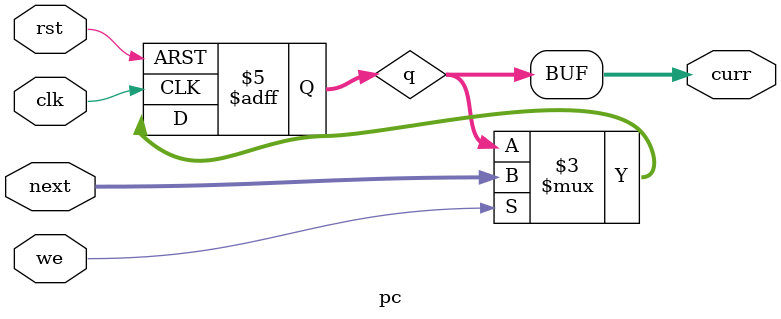
<source format=v>
`timescale 1ns / 1ps


module pc(curr,next,clk,rst,we);
output [31:0] curr;
input [31:0] next;
input clk,rst,we;

reg [31:0] q;
always @(posedge clk or negedge rst) begin
if (!rst) begin
    q <= 32'b0;
end
    else if(we) begin 
    q <= next;
end
end
assign curr=q;
endmodule

</source>
